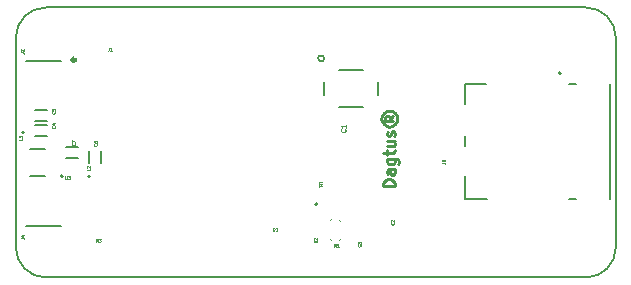
<source format=gto>
G04 #@! TF.GenerationSoftware,KiCad,Pcbnew,(5.1.6)-1*
G04 #@! TF.CreationDate,2021-04-28T16:12:28-06:00*
G04 #@! TF.ProjectId,oasis_iot,6f617369-735f-4696-9f74-2e6b69636164,rev?*
G04 #@! TF.SameCoordinates,Original*
G04 #@! TF.FileFunction,Legend,Top*
G04 #@! TF.FilePolarity,Positive*
%FSLAX46Y46*%
G04 Gerber Fmt 4.6, Leading zero omitted, Abs format (unit mm)*
G04 Created by KiCad (PCBNEW (5.1.6)-1) date 2021-04-28 16:12:28*
%MOMM*%
%LPD*%
G01*
G04 APERTURE LIST*
%ADD10C,0.250000*%
%ADD11C,0.152400*%
%ADD12C,0.300000*%
%ADD13C,0.127000*%
%ADD14C,0.200000*%
%ADD15C,0.076200*%
%ADD16C,0.015000*%
G04 APERTURE END LIST*
D10*
X74922380Y-80176666D02*
X73922380Y-80176666D01*
X73922380Y-79938571D01*
X73970000Y-79795714D01*
X74065238Y-79700476D01*
X74160476Y-79652857D01*
X74350952Y-79605238D01*
X74493809Y-79605238D01*
X74684285Y-79652857D01*
X74779523Y-79700476D01*
X74874761Y-79795714D01*
X74922380Y-79938571D01*
X74922380Y-80176666D01*
X74922380Y-78748095D02*
X74398571Y-78748095D01*
X74303333Y-78795714D01*
X74255714Y-78890952D01*
X74255714Y-79081428D01*
X74303333Y-79176666D01*
X74874761Y-78748095D02*
X74922380Y-78843333D01*
X74922380Y-79081428D01*
X74874761Y-79176666D01*
X74779523Y-79224285D01*
X74684285Y-79224285D01*
X74589047Y-79176666D01*
X74541428Y-79081428D01*
X74541428Y-78843333D01*
X74493809Y-78748095D01*
X74255714Y-77843333D02*
X75065238Y-77843333D01*
X75160476Y-77890952D01*
X75208095Y-77938571D01*
X75255714Y-78033809D01*
X75255714Y-78176666D01*
X75208095Y-78271904D01*
X74874761Y-77843333D02*
X74922380Y-77938571D01*
X74922380Y-78129047D01*
X74874761Y-78224285D01*
X74827142Y-78271904D01*
X74731904Y-78319523D01*
X74446190Y-78319523D01*
X74350952Y-78271904D01*
X74303333Y-78224285D01*
X74255714Y-78129047D01*
X74255714Y-77938571D01*
X74303333Y-77843333D01*
X74255714Y-77510000D02*
X74255714Y-77129047D01*
X73922380Y-77367142D02*
X74779523Y-77367142D01*
X74874761Y-77319523D01*
X74922380Y-77224285D01*
X74922380Y-77129047D01*
X74255714Y-76367142D02*
X74922380Y-76367142D01*
X74255714Y-76795714D02*
X74779523Y-76795714D01*
X74874761Y-76748095D01*
X74922380Y-76652857D01*
X74922380Y-76510000D01*
X74874761Y-76414761D01*
X74827142Y-76367142D01*
X74874761Y-75938571D02*
X74922380Y-75843333D01*
X74922380Y-75652857D01*
X74874761Y-75557619D01*
X74779523Y-75510000D01*
X74731904Y-75510000D01*
X74636666Y-75557619D01*
X74589047Y-75652857D01*
X74589047Y-75795714D01*
X74541428Y-75890952D01*
X74446190Y-75938571D01*
X74398571Y-75938571D01*
X74303333Y-75890952D01*
X74255714Y-75795714D01*
X74255714Y-75652857D01*
X74303333Y-75557619D01*
X74779523Y-74224285D02*
X74493809Y-74462380D01*
X74779523Y-74652857D02*
X74112857Y-74652857D01*
X74112857Y-74367142D01*
X74160476Y-74271904D01*
X74255714Y-74224285D01*
X74350952Y-74224285D01*
X74446190Y-74271904D01*
X74493809Y-74367142D01*
X74493809Y-74652857D01*
X73779523Y-74462380D02*
X73827142Y-74700476D01*
X73970000Y-74938571D01*
X74208095Y-75081428D01*
X74446190Y-75129047D01*
X74684285Y-75081428D01*
X74922380Y-74938571D01*
X75065238Y-74700476D01*
X75112857Y-74462380D01*
X75065238Y-74224285D01*
X74922380Y-73986190D01*
X74684285Y-73843333D01*
X74446190Y-73795714D01*
X74208095Y-73843333D01*
X73970000Y-73986190D01*
X73827142Y-74224285D01*
X73779523Y-74462380D01*
D11*
X68924000Y-69360000D02*
G75*
G03*
X68924000Y-69360000I-254000J0D01*
G01*
X68936700Y-71384859D02*
X68936700Y-72415141D01*
X72228121Y-70325200D02*
X70191879Y-70325200D01*
X73483300Y-72415141D02*
X73483300Y-71384859D01*
X70191879Y-73474800D02*
X72228121Y-73474800D01*
D12*
X47874900Y-69481700D02*
G75*
G03*
X47874900Y-69481700I-150000J0D01*
G01*
D13*
X45303200Y-79333500D02*
X44003200Y-79333500D01*
X45303200Y-77003500D02*
X44003200Y-77003500D01*
D14*
X46798200Y-79343500D02*
G75*
G03*
X46798200Y-79343500I-100000J0D01*
G01*
X49128500Y-79351100D02*
G75*
G03*
X49128500Y-79351100I-100000J0D01*
G01*
X43534000Y-75622000D02*
G75*
G03*
X43534000Y-75622000I-100000J0D01*
G01*
D13*
X45360001Y-65045001D02*
X91080001Y-65045001D01*
X93620001Y-67585001D02*
X93620001Y-85365001D01*
X91080001Y-87905001D02*
X45360001Y-87905001D01*
X42820001Y-85365001D02*
X42820001Y-67585001D01*
X91080001Y-65045001D02*
G75*
G02*
X93620001Y-67585001I0J-2540000D01*
G01*
X93620001Y-85365001D02*
G75*
G02*
X91080001Y-87905001I-2540000J0D01*
G01*
X45360001Y-87905001D02*
G75*
G02*
X42820001Y-85365001I0J2540000D01*
G01*
X42820001Y-67585001D02*
G75*
G02*
X45360001Y-65045001I2540000J0D01*
G01*
D15*
X70180200Y-83032600D02*
G75*
G02*
X70307200Y-83159600I0J-127000D01*
G01*
X69418200Y-83159600D02*
G75*
G02*
X69545200Y-83032600I127000J0D01*
G01*
X69545200Y-84810600D02*
G75*
G02*
X69418200Y-84683600I0J127000D01*
G01*
X70307200Y-84683600D02*
G75*
G02*
X70180200Y-84810600I-127000J0D01*
G01*
D14*
X68349200Y-81695300D02*
G75*
G03*
X68349200Y-81695300I-100000J0D01*
G01*
D13*
X46673900Y-83554700D02*
X43673900Y-83554700D01*
X80818000Y-79315900D02*
X80818000Y-81290900D01*
X80818000Y-81290900D02*
X82718000Y-81290900D01*
X80818000Y-76815900D02*
X80818000Y-75915900D01*
X80818000Y-73215900D02*
X80818000Y-71540900D01*
X80818000Y-71540900D02*
X82618000Y-71540900D01*
X93118000Y-81290900D02*
X93118000Y-71540900D01*
X89618000Y-71540900D02*
X90218000Y-71540900D01*
X89618000Y-81290900D02*
X90218000Y-81290900D01*
D14*
X88968000Y-70615900D02*
G75*
G03*
X88968000Y-70615900I-100000J0D01*
G01*
D13*
X43661200Y-69581900D02*
X46661200Y-69581900D01*
X47110500Y-77810300D02*
X48110500Y-77810300D01*
X48110500Y-76850300D02*
X47110500Y-76850300D01*
X50010000Y-78225800D02*
X50010000Y-77225800D01*
X49050000Y-77225800D02*
X49050000Y-78225800D01*
X44458000Y-74648000D02*
X45458000Y-74648000D01*
X45458000Y-73688000D02*
X44458000Y-73688000D01*
X45458000Y-74958000D02*
X44458000Y-74958000D01*
X44458000Y-75918000D02*
X45458000Y-75918000D01*
D16*
X70713707Y-75368516D02*
X70732455Y-75387264D01*
X70751202Y-75443507D01*
X70751202Y-75481002D01*
X70732455Y-75537245D01*
X70694959Y-75574741D01*
X70657464Y-75593488D01*
X70582473Y-75612236D01*
X70526230Y-75612236D01*
X70451240Y-75593488D01*
X70413744Y-75574741D01*
X70376249Y-75537245D01*
X70357501Y-75481002D01*
X70357501Y-75443507D01*
X70376249Y-75387264D01*
X70394997Y-75368516D01*
X70751202Y-74993563D02*
X70751202Y-75218535D01*
X70751202Y-75106049D02*
X70357501Y-75106049D01*
X70413744Y-75143544D01*
X70451240Y-75181040D01*
X70469987Y-75218535D01*
X50715333Y-68440904D02*
X50715333Y-68622333D01*
X50703238Y-68658619D01*
X50679047Y-68682809D01*
X50642761Y-68694904D01*
X50618571Y-68694904D01*
X50969333Y-68694904D02*
X50824190Y-68694904D01*
X50896761Y-68694904D02*
X50896761Y-68440904D01*
X50872571Y-68477190D01*
X50848380Y-68501380D01*
X50824190Y-68513476D01*
X46999676Y-79299404D02*
X46999676Y-79505023D01*
X47011771Y-79529214D01*
X47023866Y-79541309D01*
X47048057Y-79553404D01*
X47096438Y-79553404D01*
X47120628Y-79541309D01*
X47132723Y-79529214D01*
X47144819Y-79505023D01*
X47144819Y-79299404D01*
X47241580Y-79299404D02*
X47398819Y-79299404D01*
X47314152Y-79396166D01*
X47350438Y-79396166D01*
X47374628Y-79408261D01*
X47386723Y-79420357D01*
X47398819Y-79444547D01*
X47398819Y-79505023D01*
X47386723Y-79529214D01*
X47374628Y-79541309D01*
X47350438Y-79553404D01*
X47277866Y-79553404D01*
X47253676Y-79541309D01*
X47241580Y-79529214D01*
X49060704Y-78693433D02*
X49060704Y-78814385D01*
X48806704Y-78814385D01*
X48830895Y-78620861D02*
X48818800Y-78608766D01*
X48806704Y-78584576D01*
X48806704Y-78524100D01*
X48818800Y-78499909D01*
X48830895Y-78487814D01*
X48855085Y-78475719D01*
X48879276Y-78475719D01*
X48915561Y-78487814D01*
X49060704Y-78632957D01*
X49060704Y-78475719D01*
X43333004Y-76115333D02*
X43333004Y-76236285D01*
X43079004Y-76236285D01*
X43333004Y-75897619D02*
X43333004Y-76042761D01*
X43333004Y-75970190D02*
X43079004Y-75970190D01*
X43115290Y-75994380D01*
X43139480Y-76018571D01*
X43151576Y-76042761D01*
X64582523Y-83934904D02*
X64582523Y-83680904D01*
X64643000Y-83680904D01*
X64679285Y-83693000D01*
X64703476Y-83717190D01*
X64715571Y-83741380D01*
X64727666Y-83789761D01*
X64727666Y-83826047D01*
X64715571Y-83874428D01*
X64703476Y-83898619D01*
X64679285Y-83922809D01*
X64643000Y-83934904D01*
X64582523Y-83934904D01*
X64969571Y-83934904D02*
X64824428Y-83934904D01*
X64897000Y-83934904D02*
X64897000Y-83680904D01*
X64872809Y-83717190D01*
X64848619Y-83741380D01*
X64824428Y-83753476D01*
X71998114Y-85132333D02*
X72010209Y-85144428D01*
X72022304Y-85180714D01*
X72022304Y-85204904D01*
X72010209Y-85241190D01*
X71986019Y-85265380D01*
X71961828Y-85277476D01*
X71913447Y-85289571D01*
X71877161Y-85289571D01*
X71828780Y-85277476D01*
X71804590Y-85265380D01*
X71780400Y-85241190D01*
X71768304Y-85204904D01*
X71768304Y-85180714D01*
X71780400Y-85144428D01*
X71792495Y-85132333D01*
X71768304Y-85047666D02*
X71768304Y-84890428D01*
X71865066Y-84975095D01*
X71865066Y-84938809D01*
X71877161Y-84914619D01*
X71889257Y-84902523D01*
X71913447Y-84890428D01*
X71973923Y-84890428D01*
X71998114Y-84902523D01*
X72010209Y-84914619D01*
X72022304Y-84938809D01*
X72022304Y-85011380D01*
X72010209Y-85035571D01*
X71998114Y-85047666D01*
X69921966Y-85306504D02*
X69837300Y-85185552D01*
X69776823Y-85306504D02*
X69776823Y-85052504D01*
X69873585Y-85052504D01*
X69897776Y-85064600D01*
X69909871Y-85076695D01*
X69921966Y-85100885D01*
X69921966Y-85137171D01*
X69909871Y-85161361D01*
X69897776Y-85173457D01*
X69873585Y-85185552D01*
X69776823Y-85185552D01*
X70163871Y-85306504D02*
X70018728Y-85306504D01*
X70091300Y-85306504D02*
X70091300Y-85052504D01*
X70067109Y-85088790D01*
X70042919Y-85112980D01*
X70018728Y-85125076D01*
X68719095Y-79816476D02*
X68513476Y-79816476D01*
X68489285Y-79828571D01*
X68477190Y-79840666D01*
X68465095Y-79864857D01*
X68465095Y-79913238D01*
X68477190Y-79937428D01*
X68489285Y-79949523D01*
X68513476Y-79961619D01*
X68719095Y-79961619D01*
X68465095Y-80215619D02*
X68465095Y-80070476D01*
X68465095Y-80143047D02*
X68719095Y-80143047D01*
X68682809Y-80118857D01*
X68658619Y-80094666D01*
X68646523Y-80070476D01*
X49756666Y-84887404D02*
X49672000Y-84766452D01*
X49611523Y-84887404D02*
X49611523Y-84633404D01*
X49708285Y-84633404D01*
X49732476Y-84645500D01*
X49744571Y-84657595D01*
X49756666Y-84681785D01*
X49756666Y-84718071D01*
X49744571Y-84742261D01*
X49732476Y-84754357D01*
X49708285Y-84766452D01*
X49611523Y-84766452D01*
X49841333Y-84633404D02*
X49998571Y-84633404D01*
X49913904Y-84730166D01*
X49950190Y-84730166D01*
X49974380Y-84742261D01*
X49986476Y-84754357D01*
X49998571Y-84778547D01*
X49998571Y-84839023D01*
X49986476Y-84863214D01*
X49974380Y-84875309D01*
X49950190Y-84887404D01*
X49877619Y-84887404D01*
X49853428Y-84875309D01*
X49841333Y-84863214D01*
X68304904Y-84797333D02*
X68183952Y-84882000D01*
X68304904Y-84942476D02*
X68050904Y-84942476D01*
X68050904Y-84845714D01*
X68063000Y-84821523D01*
X68075095Y-84809428D01*
X68099285Y-84797333D01*
X68135571Y-84797333D01*
X68159761Y-84809428D01*
X68171857Y-84821523D01*
X68183952Y-84845714D01*
X68183952Y-84942476D01*
X68075095Y-84700571D02*
X68063000Y-84688476D01*
X68050904Y-84664285D01*
X68050904Y-84603809D01*
X68063000Y-84579619D01*
X68075095Y-84567523D01*
X68099285Y-84555428D01*
X68123476Y-84555428D01*
X68159761Y-84567523D01*
X68304904Y-84712666D01*
X68304904Y-84555428D01*
X43282204Y-84565066D02*
X43463633Y-84565066D01*
X43499919Y-84577161D01*
X43524109Y-84601352D01*
X43536204Y-84637638D01*
X43536204Y-84661828D01*
X43366871Y-84335257D02*
X43536204Y-84335257D01*
X43270109Y-84395733D02*
X43451538Y-84456209D01*
X43451538Y-84298971D01*
X78878724Y-78177366D02*
X79060153Y-78177366D01*
X79096439Y-78189461D01*
X79120629Y-78213652D01*
X79132724Y-78249938D01*
X79132724Y-78274128D01*
X78878724Y-78080604D02*
X78878724Y-77923366D01*
X78975486Y-78008033D01*
X78975486Y-77971747D01*
X78987581Y-77947557D01*
X78999677Y-77935461D01*
X79023867Y-77923366D01*
X79084343Y-77923366D01*
X79108534Y-77935461D01*
X79120629Y-77947557D01*
X79132724Y-77971747D01*
X79132724Y-78044319D01*
X79120629Y-78068509D01*
X79108534Y-78080604D01*
X43218704Y-68855166D02*
X43400133Y-68855166D01*
X43436419Y-68867261D01*
X43460609Y-68891452D01*
X43472704Y-68927738D01*
X43472704Y-68951928D01*
X43242895Y-68746309D02*
X43230800Y-68734214D01*
X43218704Y-68710023D01*
X43218704Y-68649547D01*
X43230800Y-68625357D01*
X43242895Y-68613261D01*
X43267085Y-68601166D01*
X43291276Y-68601166D01*
X43327561Y-68613261D01*
X43472704Y-68758404D01*
X43472704Y-68601166D01*
X47791914Y-76547133D02*
X47804009Y-76559228D01*
X47816104Y-76595514D01*
X47816104Y-76619704D01*
X47804009Y-76655990D01*
X47779819Y-76680180D01*
X47755628Y-76692276D01*
X47707247Y-76704371D01*
X47670961Y-76704371D01*
X47622580Y-76692276D01*
X47598390Y-76680180D01*
X47574200Y-76655990D01*
X47562104Y-76619704D01*
X47562104Y-76595514D01*
X47574200Y-76559228D01*
X47586295Y-76547133D01*
X47562104Y-76462466D02*
X47562104Y-76293133D01*
X47816104Y-76401990D01*
X49658814Y-76610633D02*
X49670909Y-76622728D01*
X49683004Y-76659014D01*
X49683004Y-76683204D01*
X49670909Y-76719490D01*
X49646719Y-76743680D01*
X49622528Y-76755776D01*
X49574147Y-76767871D01*
X49537861Y-76767871D01*
X49489480Y-76755776D01*
X49465290Y-76743680D01*
X49441100Y-76719490D01*
X49429004Y-76683204D01*
X49429004Y-76659014D01*
X49441100Y-76622728D01*
X49453195Y-76610633D01*
X49429004Y-76392919D02*
X49429004Y-76441300D01*
X49441100Y-76465490D01*
X49453195Y-76477585D01*
X49489480Y-76501776D01*
X49537861Y-76513871D01*
X49634623Y-76513871D01*
X49658814Y-76501776D01*
X49670909Y-76489680D01*
X49683004Y-76465490D01*
X49683004Y-76417109D01*
X49670909Y-76392919D01*
X49658814Y-76380823D01*
X49634623Y-76368728D01*
X49574147Y-76368728D01*
X49549957Y-76380823D01*
X49537861Y-76392919D01*
X49525766Y-76417109D01*
X49525766Y-76465490D01*
X49537861Y-76489680D01*
X49549957Y-76501776D01*
X49574147Y-76513871D01*
X46098181Y-73890671D02*
X46109659Y-73902149D01*
X46121136Y-73936581D01*
X46121136Y-73959536D01*
X46109659Y-73993969D01*
X46086704Y-74016924D01*
X46063749Y-74028402D01*
X46017838Y-74039879D01*
X45983406Y-74039879D01*
X45937495Y-74028402D01*
X45914540Y-74016924D01*
X45891585Y-73993969D01*
X45880107Y-73959536D01*
X45880107Y-73936581D01*
X45891585Y-73902149D01*
X45903063Y-73890671D01*
X45880107Y-73672597D02*
X45880107Y-73787373D01*
X45994883Y-73798850D01*
X45983406Y-73787373D01*
X45971928Y-73764418D01*
X45971928Y-73707030D01*
X45983406Y-73684075D01*
X45994883Y-73672597D01*
X46017838Y-73661120D01*
X46075226Y-73661120D01*
X46098181Y-73672597D01*
X46109659Y-73684075D01*
X46121136Y-73707030D01*
X46121136Y-73764418D01*
X46109659Y-73787373D01*
X46098181Y-73798850D01*
X46115514Y-75086633D02*
X46127609Y-75098728D01*
X46139704Y-75135014D01*
X46139704Y-75159204D01*
X46127609Y-75195490D01*
X46103419Y-75219680D01*
X46079228Y-75231776D01*
X46030847Y-75243871D01*
X45994561Y-75243871D01*
X45946180Y-75231776D01*
X45921990Y-75219680D01*
X45897800Y-75195490D01*
X45885704Y-75159204D01*
X45885704Y-75135014D01*
X45897800Y-75098728D01*
X45909895Y-75086633D01*
X45970371Y-74868919D02*
X46139704Y-74868919D01*
X45873609Y-74929395D02*
X46055038Y-74989871D01*
X46055038Y-74832633D01*
X74830214Y-83270733D02*
X74842309Y-83282828D01*
X74854404Y-83319114D01*
X74854404Y-83343304D01*
X74842309Y-83379590D01*
X74818119Y-83403780D01*
X74793928Y-83415876D01*
X74745547Y-83427971D01*
X74709261Y-83427971D01*
X74660880Y-83415876D01*
X74636690Y-83403780D01*
X74612500Y-83379590D01*
X74600404Y-83343304D01*
X74600404Y-83319114D01*
X74612500Y-83282828D01*
X74624595Y-83270733D01*
X74624595Y-83173971D02*
X74612500Y-83161876D01*
X74600404Y-83137685D01*
X74600404Y-83077209D01*
X74612500Y-83053019D01*
X74624595Y-83040923D01*
X74648785Y-83028828D01*
X74672976Y-83028828D01*
X74709261Y-83040923D01*
X74854404Y-83186066D01*
X74854404Y-83028828D01*
M02*

</source>
